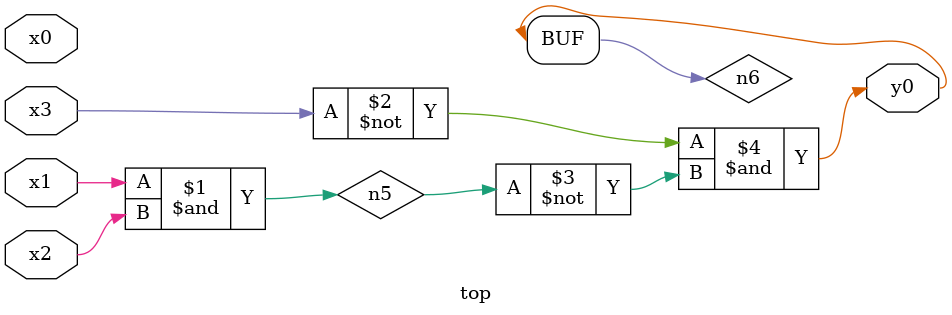
<source format=v>
module top( x0 , x1 , x2 , x3 , y0 );
  input x0 , x1 , x2 , x3 ;
  output y0 ;
  wire n5 , n6 ;
  assign n5 = x1 & x2 ;
  assign n6 = ~x3 & ~n5 ;
  assign y0 = n6 ;
endmodule

</source>
